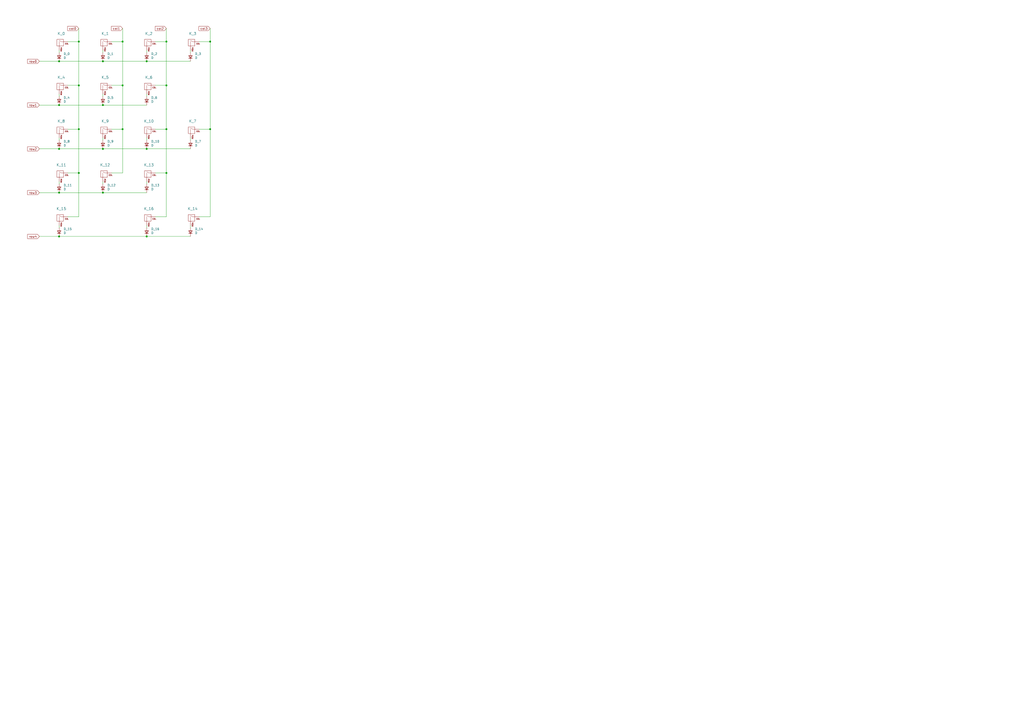
<source format=kicad_sch>
(kicad_sch (version 20211123) (generator eeschema)
  (paper "A2")
  (lib_symbols
    (symbol "Device:D_Small" (pin_numbers hide) (pin_names (offset 0.254) hide)
      (property "Reference" "D" (at -1.27 2.032 0))
      (property "Value" "D_Small" (at -3.81 -2.032 0))
      (symbol "D_Small_0_1"
        (polyline (pts (xy -0.762 -1.016) (xy -0.762 1.016)) (stroke (width 0.254)))
        (polyline (pts (xy -0.762 0) (xy 0.762 0)))
        (polyline (pts (xy 0.762 -1.016) (xy -0.762 0) (xy 0.762 1.016) (xy 0.762 -1.016)) (stroke (width 0.254)))
      )
      (symbol "D_Small_1_1"
        (pin passive line (at -2.54 0 0) (length 1.778) (name "K") (number "1"))
        (pin passive line (at 2.54 0 180) (length 1.778) (name "A") (number "2"))
      )
    )
    (symbol "MX_Alps_Hybrid:MX-NoLED" (pin_names (offset 1.016))
      (property "Reference" "MX" (at -0.635 3.81 0))
      (property "Value" "MX-NoLED" (at -0.635 1.27 0))
      (symbol "MX-NoLED_0_0"
        (rectangle (start -2.54 2.54) (end 1.27 -1.27))
        (polyline (pts (xy -1.27 -1.27) (xy -1.27 1.27)) (stroke (width 0.127)))
        (polyline (pts (xy 1.27 1.27) (xy 0 1.27) (xy -1.27 1.905)) (stroke (width 0.127)))
        (text "COL" (at 3.175 0 0) (effects (font (size 0.762 0.762))))
        (text "ROW" (at 0 -1.905 900) (effects (font (size 0.762 0.762)) (justify right)))
      )
      (symbol "MX-NoLED_1_1"
        (pin passive line (at 3.81 1.27 180) (length 2.54) (name "COL") (number "1"))
        (pin passive line (at -1.27 -3.81 90) (length 2.54) (name "ROW") (number "2"))
      )
    )
  )
  (junction (at 34.29 60.96))
  (junction (at 59.69 111.76))
  (junction (at 71.12 74.93))
  (junction (at 59.69 35.56))
  (junction (at 96.52 100.33))
  (junction (at 121.92 24.13))
  (junction (at 85.09 137.16))
  (junction (at 71.12 24.13))
  (junction (at 121.92 74.93))
  (junction (at 96.52 24.13))
  (junction (at 34.29 35.56))
  (junction (at 59.69 60.96))
  (junction (at 96.52 49.53))
  (junction (at 59.69 86.36))
  (junction (at 71.12 49.53))
  (junction (at 45.72 100.33))
  (junction (at 34.29 86.36))
  (junction (at 85.09 35.56))
  (junction (at 45.72 49.53))
  (junction (at 85.09 86.36))
  (junction (at 34.29 137.16))
  (junction (at 45.72 74.93))
  (junction (at 96.52 74.93))
  (junction (at 45.72 24.13))
  (junction (at 34.29 111.76))
  (wire (pts (xy 64.77 100.33) (xy 71.12 100.33)))
  (wire (pts (xy 45.72 24.13) (xy 45.72 49.53)))
  (wire (pts (xy 71.12 100.33) (xy 71.12 74.93)))
  (wire (pts (xy 96.52 125.73) (xy 96.52 100.33)))
  (wire (pts (xy 96.52 16.51) (xy 96.52 24.13)))
  (wire (pts (xy 45.72 74.93) (xy 45.72 49.53)))
  (wire (pts (xy 22.86 86.36) (xy 34.29 86.36)))
  (wire (pts (xy 90.17 24.13) (xy 96.52 24.13)))
  (wire (pts (xy 121.92 24.13) (xy 121.92 74.93)))
  (wire (pts (xy 59.69 29.21) (xy 59.69 30.48)))
  (wire (pts (xy 39.37 74.93) (xy 45.72 74.93)))
  (wire (pts (xy 115.57 74.93) (xy 121.92 74.93)))
  (wire (pts (xy 34.29 86.36) (xy 59.69 86.36)))
  (wire (pts (xy 34.29 60.96) (xy 59.69 60.96)))
  (wire (pts (xy 34.29 137.16) (xy 85.09 137.16)))
  (wire (pts (xy 110.49 130.81) (xy 110.49 132.08)))
  (wire (pts (xy 121.92 16.51) (xy 121.92 24.13)))
  (wire (pts (xy 96.52 74.93) (xy 96.52 49.53)))
  (wire (pts (xy 34.29 54.61) (xy 34.29 55.88)))
  (wire (pts (xy 90.17 125.73) (xy 96.52 125.73)))
  (wire (pts (xy 39.37 24.13) (xy 45.72 24.13)))
  (wire (pts (xy 121.92 125.73) (xy 121.92 74.93)))
  (wire (pts (xy 115.57 125.73) (xy 121.92 125.73)))
  (wire (pts (xy 110.49 80.01) (xy 110.49 81.28)))
  (wire (pts (xy 22.86 60.96) (xy 34.29 60.96)))
  (wire (pts (xy 59.69 60.96) (xy 85.09 60.96)))
  (wire (pts (xy 85.09 105.41) (xy 85.09 106.68)))
  (wire (pts (xy 64.77 74.93) (xy 71.12 74.93)))
  (wire (pts (xy 45.72 16.51) (xy 45.72 24.13)))
  (wire (pts (xy 85.09 35.56) (xy 110.49 35.56)))
  (wire (pts (xy 64.77 24.13) (xy 71.12 24.13)))
  (wire (pts (xy 34.29 29.21) (xy 34.29 30.48)))
  (wire (pts (xy 85.09 54.61) (xy 85.09 55.88)))
  (wire (pts (xy 110.49 29.21) (xy 110.49 30.48)))
  (wire (pts (xy 85.09 130.81) (xy 85.09 132.08)))
  (wire (pts (xy 71.12 16.51) (xy 71.12 24.13)))
  (wire (pts (xy 96.52 100.33) (xy 96.52 74.93)))
  (wire (pts (xy 34.29 111.76) (xy 59.69 111.76)))
  (wire (pts (xy 59.69 111.76) (xy 85.09 111.76)))
  (wire (pts (xy 34.29 35.56) (xy 59.69 35.56)))
  (wire (pts (xy 45.72 125.73) (xy 45.72 100.33)))
  (wire (pts (xy 59.69 80.01) (xy 59.69 81.28)))
  (wire (pts (xy 59.69 105.41) (xy 59.69 106.68)))
  (wire (pts (xy 64.77 49.53) (xy 71.12 49.53)))
  (wire (pts (xy 90.17 100.33) (xy 96.52 100.33)))
  (wire (pts (xy 85.09 86.36) (xy 110.49 86.36)))
  (wire (pts (xy 34.29 105.41) (xy 34.29 106.68)))
  (wire (pts (xy 39.37 125.73) (xy 45.72 125.73)))
  (wire (pts (xy 59.69 54.61) (xy 59.69 55.88)))
  (wire (pts (xy 22.86 137.16) (xy 34.29 137.16)))
  (wire (pts (xy 59.69 86.36) (xy 85.09 86.36)))
  (wire (pts (xy 34.29 80.01) (xy 34.29 81.28)))
  (wire (pts (xy 96.52 24.13) (xy 96.52 49.53)))
  (wire (pts (xy 34.29 130.81) (xy 34.29 132.08)))
  (wire (pts (xy 85.09 137.16) (xy 110.49 137.16)))
  (wire (pts (xy 71.12 74.93) (xy 71.12 49.53)))
  (wire (pts (xy 71.12 24.13) (xy 71.12 49.53)))
  (wire (pts (xy 85.09 29.21) (xy 85.09 30.48)))
  (wire (pts (xy 22.86 35.56) (xy 34.29 35.56)))
  (wire (pts (xy 115.57 24.13) (xy 121.92 24.13)))
  (wire (pts (xy 45.72 100.33) (xy 45.72 74.93)))
  (wire (pts (xy 90.17 74.93) (xy 96.52 74.93)))
  (wire (pts (xy 59.69 35.56) (xy 85.09 35.56)))
  (wire (pts (xy 22.86 111.76) (xy 34.29 111.76)))
  (wire (pts (xy 90.17 49.53) (xy 96.52 49.53)))
  (wire (pts (xy 39.37 100.33) (xy 45.72 100.33)))
  (wire (pts (xy 39.37 49.53) (xy 45.72 49.53)))
  (wire (pts (xy 85.09 80.01) (xy 85.09 81.28)))
  (global_label "row1" (shape input) (at 22.86 60.96 180) (property "Intersheet References" "${INTERSHEET_REFS}" (effects hide)))
  (global_label "col0" (shape input) (at 45.72 16.51 180) (property "Intersheet References" "${INTERSHEET_REFS}" (effects hide)))
  (global_label "row3" (shape input) (at 22.86 111.76 180) (property "Intersheet References" "${INTERSHEET_REFS}" (effects hide)))
  (global_label "row2" (shape input) (at 22.86 86.36 180) (property "Intersheet References" "${INTERSHEET_REFS}" (effects hide)))
  (global_label "col1" (shape input) (at 71.12 16.51 180) (property "Intersheet References" "${INTERSHEET_REFS}" (effects hide)))
  (global_label "row4" (shape input) (at 22.86 137.16 180) (property "Intersheet References" "${INTERSHEET_REFS}" (effects hide)))
  (global_label "row0" (shape input) (at 22.86 35.56 180) (property "Intersheet References" "${INTERSHEET_REFS}" (effects hide)))
  (global_label "col3" (shape input) (at 121.92 16.51 180) (property "Intersheet References" "${INTERSHEET_REFS}" (effects hide)))
  (global_label "col2" (shape input) (at 96.52 16.51 180) (property "Intersheet References" "${INTERSHEET_REFS}" (effects hide)))
  (symbol (lib_id "Device:D_Small") (at 85.09 109.22 90) (unit 1)
    (property "Reference" "D_13" (at 87.63 107.442 90) (effects (justify right)))
    (property "Value" "D" (at 87.63 109.728 90) (effects (justify right)))
    (property "Footprint" "Diode_SMD:D_SOD-123" (effects hide))
  )
  (symbol (lib_id "Device:D_Small") (at 34.29 134.62 90) (unit 1)
    (property "Reference" "D_15" (at 36.83 132.842 90) (effects (justify right)))
    (property "Value" "D" (at 36.83 135.128 90) (effects (justify right)))
    (property "Footprint" "Diode_SMD:D_SOD-123" (effects hide))
  )
  (symbol (lib_id "MX_Alps_Hybrid:MX-NoLED") (at 86.36 127 0) (unit 1)
    (property "Reference" "K_16" (at 86.36 121.0818 0) (effects (font (size 1.524 1.524))))
    (property "Value" "KEYSW" (effects hide))
    (property "Footprint" "MX_Alps_Hybrid:MX-1U-NoLED" (effects hide))
  )
  (symbol (lib_id "Device:D_Small") (at 34.29 58.42 90) (unit 1)
    (property "Reference" "D_4" (at 36.83 56.642 90) (effects (justify right)))
    (property "Value" "D" (at 36.83 58.928 90) (effects (justify right)))
    (property "Footprint" "Diode_SMD:D_SOD-123" (effects hide))
  )
  (symbol (lib_id "Device:D_Small") (at 59.69 83.82 90) (unit 1)
    (property "Reference" "D_9" (at 62.23 82.042 90) (effects (justify right)))
    (property "Value" "D" (at 62.23 84.328 90) (effects (justify right)))
    (property "Footprint" "Diode_SMD:D_SOD-123" (effects hide))
  )
  (symbol (lib_id "MX_Alps_Hybrid:MX-NoLED") (at 86.36 101.6 0) (unit 1)
    (property "Reference" "K_13" (at 86.36 95.6818 0) (effects (font (size 1.524 1.524))))
    (property "Value" "KEYSW" (effects hide))
    (property "Footprint" "MX_Alps_Hybrid:MX-1U-NoLED" (effects hide))
  )
  (symbol (lib_id "Device:D_Small") (at 59.69 33.02 90) (unit 1)
    (property "Reference" "D_1" (at 62.23 31.242 90) (effects (justify right)))
    (property "Value" "D" (at 62.23 33.528 90) (effects (justify right)))
    (property "Footprint" "Diode_SMD:D_SOD-123" (effects hide))
  )
  (symbol (lib_id "Device:D_Small") (at 34.29 109.22 90) (unit 1)
    (property "Reference" "D_11" (at 36.83 107.442 90) (effects (justify right)))
    (property "Value" "D" (at 36.83 109.728 90) (effects (justify right)))
    (property "Footprint" "Diode_SMD:D_SOD-123" (effects hide))
  )
  (symbol (lib_id "MX_Alps_Hybrid:MX-NoLED") (at 35.56 101.6 0) (unit 1)
    (property "Reference" "K_11" (at 35.56 95.6818 0) (effects (font (size 1.524 1.524))))
    (property "Value" "KEYSW" (effects hide))
    (property "Footprint" "MX_Alps_Hybrid:MX-1U-NoLED" (effects hide))
  )
  (symbol (lib_id "Device:D_Small") (at 110.49 83.82 90) (unit 1)
    (property "Reference" "D_7" (at 113.03 82.042 90) (effects (justify right)))
    (property "Value" "D" (at 113.03 84.328 90) (effects (justify right)))
    (property "Footprint" "Diode_SMD:D_SOD-123" (effects hide))
  )
  (symbol (lib_id "MX_Alps_Hybrid:MX-NoLED") (at 86.36 25.4 0) (unit 1)
    (property "Reference" "K_2" (at 86.36 19.4818 0) (effects (font (size 1.524 1.524))))
    (property "Value" "KEYSW" (effects hide))
    (property "Footprint" "MX_Alps_Hybrid:MX-1U-NoLED" (effects hide))
  )
  (symbol (lib_id "MX_Alps_Hybrid:MX-NoLED") (at 86.36 76.2 0) (unit 1)
    (property "Reference" "K_10" (at 86.36 70.2818 0) (effects (font (size 1.524 1.524))))
    (property "Value" "KEYSW" (effects hide))
    (property "Footprint" "MX_Alps_Hybrid:MX-1U-NoLED" (effects hide))
  )
  (symbol (lib_id "MX_Alps_Hybrid:MX-NoLED") (at 35.56 50.8 0) (unit 1)
    (property "Reference" "K_4" (at 35.56 44.8818 0) (effects (font (size 1.524 1.524))))
    (property "Value" "KEYSW" (effects hide))
    (property "Footprint" "MX_Alps_Hybrid:MX-1U-NoLED" (effects hide))
  )
  (symbol (lib_id "Device:D_Small") (at 59.69 58.42 90) (unit 1)
    (property "Reference" "D_5" (at 62.23 56.642 90) (effects (justify right)))
    (property "Value" "D" (at 62.23 58.928 90) (effects (justify right)))
    (property "Footprint" "Diode_SMD:D_SOD-123" (effects hide))
  )
  (symbol (lib_id "MX_Alps_Hybrid:MX-NoLED") (at 60.96 76.2 0) (unit 1)
    (property "Reference" "K_9" (at 60.96 70.2818 0) (effects (font (size 1.524 1.524))))
    (property "Value" "KEYSW" (effects hide))
    (property "Footprint" "MX_Alps_Hybrid:MX-1U-NoLED" (effects hide))
  )
  (symbol (lib_id "MX_Alps_Hybrid:MX-NoLED") (at 60.96 101.6 0) (unit 1)
    (property "Reference" "K_12" (at 60.96 95.6818 0) (effects (font (size 1.524 1.524))))
    (property "Value" "KEYSW" (effects hide))
    (property "Footprint" "MX_Alps_Hybrid:MX-1U-NoLED" (effects hide))
  )
  (symbol (lib_id "Device:D_Small") (at 59.69 109.22 90) (unit 1)
    (property "Reference" "D_12" (at 62.23 107.442 90) (effects (justify right)))
    (property "Value" "D" (at 62.23 109.728 90) (effects (justify right)))
    (property "Footprint" "Diode_SMD:D_SOD-123" (effects hide))
  )
  (symbol (lib_id "MX_Alps_Hybrid:MX-NoLED") (at 35.56 127 0) (unit 1)
    (property "Reference" "K_15" (at 35.56 121.0818 0) (effects (font (size 1.524 1.524))))
    (property "Value" "KEYSW" (effects hide))
    (property "Footprint" "MX_Alps_Hybrid:MX-2U-NoLED" (effects hide))
  )
  (symbol (lib_id "MX_Alps_Hybrid:MX-NoLED") (at 60.96 25.4 0) (unit 1)
    (property "Reference" "K_1" (at 60.96 19.4818 0) (effects (font (size 1.524 1.524))))
    (property "Value" "KEYSW" (effects hide))
    (property "Footprint" "MX_Alps_Hybrid:MX-1U-NoLED" (effects hide))
  )
  (symbol (lib_id "MX_Alps_Hybrid:MX-NoLED") (at 60.96 50.8 0) (unit 1)
    (property "Reference" "K_5" (at 60.96 44.8818 0) (effects (font (size 1.524 1.524))))
    (property "Value" "KEYSW" (effects hide))
    (property "Footprint" "MX_Alps_Hybrid:MX-1U-NoLED" (effects hide))
  )
  (symbol (lib_id "Device:D_Small") (at 85.09 134.62 90) (unit 1)
    (property "Reference" "D_16" (at 87.63 132.842 90) (effects (justify right)))
    (property "Value" "D" (at 87.63 135.128 90) (effects (justify right)))
    (property "Footprint" "Diode_SMD:D_SOD-123" (effects hide))
  )
  (symbol (lib_id "MX_Alps_Hybrid:MX-NoLED") (at 86.36 50.8 0) (unit 1)
    (property "Reference" "K_6" (at 86.36 44.8818 0) (effects (font (size 1.524 1.524))))
    (property "Value" "KEYSW" (effects hide))
    (property "Footprint" "MX_Alps_Hybrid:MX-1U-NoLED" (effects hide))
  )
  (symbol (lib_id "Device:D_Small") (at 34.29 83.82 90) (unit 1)
    (property "Reference" "D_8" (at 36.83 82.042 90) (effects (justify right)))
    (property "Value" "D" (at 36.83 84.328 90) (effects (justify right)))
    (property "Footprint" "Diode_SMD:D_SOD-123" (effects hide))
  )
  (symbol (lib_id "Device:D_Small") (at 110.49 134.62 90) (unit 1)
    (property "Reference" "D_14" (at 113.03 132.842 90) (effects (justify right)))
    (property "Value" "D" (at 113.03 135.128 90) (effects (justify right)))
    (property "Footprint" "Diode_SMD:D_SOD-123" (effects hide))
  )
  (symbol (lib_id "Device:D_Small") (at 85.09 33.02 90) (unit 1)
    (property "Reference" "D_2" (at 87.63 31.242 90) (effects (justify right)))
    (property "Value" "D" (at 87.63 33.528 90) (effects (justify right)))
    (property "Footprint" "Diode_SMD:D_SOD-123" (effects hide))
  )
  (symbol (lib_id "Device:D_Small") (at 85.09 58.42 90) (unit 1)
    (property "Reference" "D_6" (at 87.63 56.642 90) (effects (justify right)))
    (property "Value" "D" (at 87.63 58.928 90) (effects (justify right)))
    (property "Footprint" "Diode_SMD:D_SOD-123" (effects hide))
  )
  (symbol (lib_id "Device:D_Small") (at 110.49 33.02 90) (unit 1)
    (property "Reference" "D_3" (at 113.03 31.242 90) (effects (justify right)))
    (property "Value" "D" (at 113.03 33.528 90) (effects (justify right)))
    (property "Footprint" "Diode_SMD:D_SOD-123" (effects hide))
  )
  (symbol (lib_id "MX_Alps_Hybrid:MX-NoLED") (at 35.56 76.2 0) (unit 1)
    (property "Reference" "K_8" (at 35.56 70.2818 0) (effects (font (size 1.524 1.524))))
    (property "Value" "KEYSW" (effects hide))
    (property "Footprint" "MX_Alps_Hybrid:MX-1U-NoLED" (effects hide))
  )
  (symbol (lib_id "Device:D_Small") (at 85.09 83.82 90) (unit 1)
    (property "Reference" "D_10" (at 87.63 82.042 90) (effects (justify right)))
    (property "Value" "D" (at 87.63 84.328 90) (effects (justify right)))
    (property "Footprint" "Diode_SMD:D_SOD-123" (effects hide))
  )
  (symbol (lib_id "MX_Alps_Hybrid:MX-NoLED") (at 111.76 25.4 0) (unit 1)
    (property "Reference" "K_3" (at 111.76 19.4818 0) (effects (font (size 1.524 1.524))))
    (property "Value" "KEYSW" (effects hide))
    (property "Footprint" "MX_Alps_Hybrid:MX-1U-NoLED" (effects hide))
  )
  (symbol (lib_id "Device:D_Small") (at 34.29 33.02 90) (unit 1)
    (property "Reference" "D_0" (at 36.83 31.242 90) (effects (justify right)))
    (property "Value" "D" (at 36.83 33.528 90) (effects (justify right)))
    (property "Footprint" "Diode_SMD:D_SOD-123" (effects hide))
  )
  (symbol (lib_id "MX_Alps_Hybrid:MX-NoLED") (at 111.76 127 0) (unit 1)
    (property "Reference" "K_14" (at 111.76 121.0818 0) (effects (font (size 1.524 1.524))))
    (property "Value" "KEYSW" (effects hide))
    (property "Footprint" "MX_Alps_Hybrid:MX-2U-NoLED" (effects hide))
  )
  (symbol (lib_id "MX_Alps_Hybrid:MX-NoLED") (at 35.56 25.4 0) (unit 1)
    (property "Reference" "K_0" (at 35.56 19.4818 0) (effects (font (size 1.524 1.524))))
    (property "Value" "KEYSW" (effects hide))
    (property "Footprint" "MX_Alps_Hybrid:MX-1U-NoLED" (effects hide))
  )
  (symbol (lib_id "MX_Alps_Hybrid:MX-NoLED") (at 111.76 76.2 0) (unit 1)
    (property "Reference" "K_7" (at 111.76 70.2818 0) (effects (font (size 1.524 1.524))))
    (property "Value" "KEYSW" (effects hide))
    (property "Footprint" "MX_Alps_Hybrid:MX-2U-NoLED" (effects hide))
  )
)
</source>
